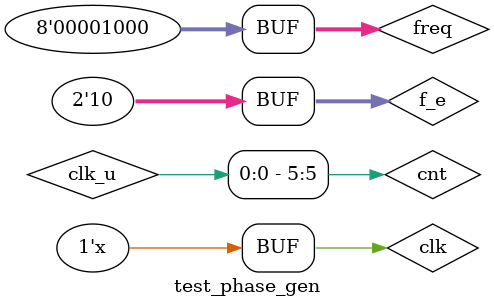
<source format=v>
`timescale 1ns / 1ps


module test_phase_gen();

    reg clk = 1'b0;
    wire clk_u;
    reg [5:0] cnt = 6'b0;
    
    reg [7:0] freq = 8'h08;
    reg [1:0] f_e = 2'o2;
    
    wire sign;
    wire [11:0] phase;
    
    assign clk_u = cnt[5];
    
    always #5 clk = ~clk;
    
    always @ (posedge clk)
        cnt <= cnt + 1;
    
    phase_gen dut (
        .CLK(clk),
        .CLK_UPD(clk_u),
        .FREQ(freq),
        .FREQ_EXP(f_e),
        .SIGN(sign),
        .PHASE(phase)
        );
    
endmodule

</source>
